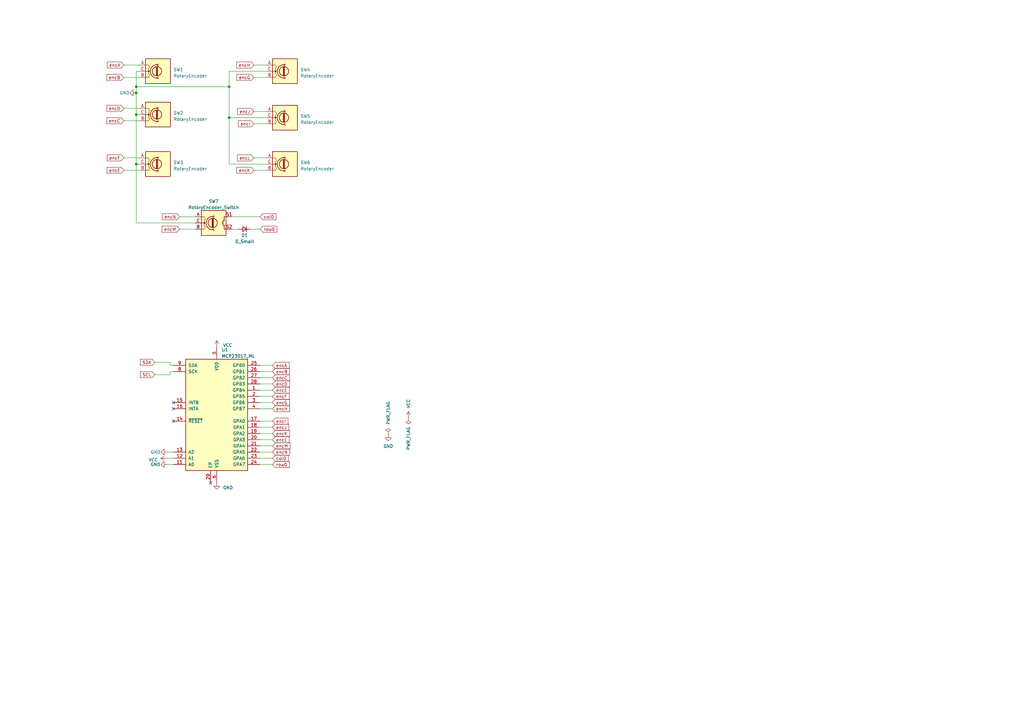
<source format=kicad_sch>
(kicad_sch (version 20230121) (generator eeschema)

  (uuid 6e95e507-f1eb-4f15-9c8c-351adc35a101)

  (paper "A3")

  (lib_symbols
    (symbol "Device:RotaryEncoder" (pin_names (offset 0.254) hide) (in_bom yes) (on_board yes)
      (property "Reference" "SW" (at 0 6.604 0)
        (effects (font (size 1.27 1.27)))
      )
      (property "Value" "RotaryEncoder" (at 0 -6.604 0)
        (effects (font (size 1.27 1.27)))
      )
      (property "Footprint" "" (at -3.81 4.064 0)
        (effects (font (size 1.27 1.27)) hide)
      )
      (property "Datasheet" "~" (at 0 6.604 0)
        (effects (font (size 1.27 1.27)) hide)
      )
      (property "ki_keywords" "rotary switch encoder" (at 0 0 0)
        (effects (font (size 1.27 1.27)) hide)
      )
      (property "ki_description" "Rotary encoder, dual channel, incremental quadrate outputs" (at 0 0 0)
        (effects (font (size 1.27 1.27)) hide)
      )
      (property "ki_fp_filters" "RotaryEncoder*" (at 0 0 0)
        (effects (font (size 1.27 1.27)) hide)
      )
      (symbol "RotaryEncoder_0_1"
        (rectangle (start -5.08 5.08) (end 5.08 -5.08)
          (stroke (width 0.254) (type default))
          (fill (type background))
        )
        (circle (center -3.81 0) (radius 0.254)
          (stroke (width 0) (type default))
          (fill (type outline))
        )
        (circle (center -0.381 0) (radius 1.905)
          (stroke (width 0.254) (type default))
          (fill (type none))
        )
        (arc (start -0.381 2.667) (mid -3.0988 -0.0635) (end -0.381 -2.794)
          (stroke (width 0.254) (type default))
          (fill (type none))
        )
        (polyline
          (pts
            (xy -0.635 -1.778)
            (xy -0.635 1.778)
          )
          (stroke (width 0.254) (type default))
          (fill (type none))
        )
        (polyline
          (pts
            (xy -0.381 -1.778)
            (xy -0.381 1.778)
          )
          (stroke (width 0.254) (type default))
          (fill (type none))
        )
        (polyline
          (pts
            (xy -0.127 1.778)
            (xy -0.127 -1.778)
          )
          (stroke (width 0.254) (type default))
          (fill (type none))
        )
        (polyline
          (pts
            (xy -5.08 -2.54)
            (xy -3.81 -2.54)
            (xy -3.81 -2.032)
          )
          (stroke (width 0) (type default))
          (fill (type none))
        )
        (polyline
          (pts
            (xy -5.08 2.54)
            (xy -3.81 2.54)
            (xy -3.81 2.032)
          )
          (stroke (width 0) (type default))
          (fill (type none))
        )
        (polyline
          (pts
            (xy 0.254 -3.048)
            (xy -0.508 -2.794)
            (xy 0.127 -2.413)
          )
          (stroke (width 0.254) (type default))
          (fill (type none))
        )
        (polyline
          (pts
            (xy 0.254 2.921)
            (xy -0.508 2.667)
            (xy 0.127 2.286)
          )
          (stroke (width 0.254) (type default))
          (fill (type none))
        )
        (polyline
          (pts
            (xy -5.08 0)
            (xy -3.81 0)
            (xy -3.81 -1.016)
            (xy -3.302 -2.032)
          )
          (stroke (width 0) (type default))
          (fill (type none))
        )
        (polyline
          (pts
            (xy -4.318 0)
            (xy -3.81 0)
            (xy -3.81 1.016)
            (xy -3.302 2.032)
          )
          (stroke (width 0) (type default))
          (fill (type none))
        )
      )
      (symbol "RotaryEncoder_1_1"
        (pin passive line (at -7.62 2.54 0) (length 2.54)
          (name "A" (effects (font (size 1.27 1.27))))
          (number "A" (effects (font (size 1.27 1.27))))
        )
        (pin passive line (at -7.62 -2.54 0) (length 2.54)
          (name "B" (effects (font (size 1.27 1.27))))
          (number "B" (effects (font (size 1.27 1.27))))
        )
        (pin passive line (at -7.62 0 0) (length 2.54)
          (name "C" (effects (font (size 1.27 1.27))))
          (number "C" (effects (font (size 1.27 1.27))))
        )
      )
    )
    (symbol "Device:RotaryEncoder_Switch" (pin_names (offset 0.254) hide) (in_bom yes) (on_board yes)
      (property "Reference" "SW" (at 0 6.604 0)
        (effects (font (size 1.27 1.27)))
      )
      (property "Value" "RotaryEncoder_Switch" (at 0 -6.604 0)
        (effects (font (size 1.27 1.27)))
      )
      (property "Footprint" "" (at -3.81 4.064 0)
        (effects (font (size 1.27 1.27)) hide)
      )
      (property "Datasheet" "~" (at 0 6.604 0)
        (effects (font (size 1.27 1.27)) hide)
      )
      (property "ki_keywords" "rotary switch encoder switch push button" (at 0 0 0)
        (effects (font (size 1.27 1.27)) hide)
      )
      (property "ki_description" "Rotary encoder, dual channel, incremental quadrate outputs, with switch" (at 0 0 0)
        (effects (font (size 1.27 1.27)) hide)
      )
      (property "ki_fp_filters" "RotaryEncoder*Switch*" (at 0 0 0)
        (effects (font (size 1.27 1.27)) hide)
      )
      (symbol "RotaryEncoder_Switch_0_1"
        (rectangle (start -5.08 5.08) (end 5.08 -5.08)
          (stroke (width 0.254) (type default))
          (fill (type background))
        )
        (circle (center -3.81 0) (radius 0.254)
          (stroke (width 0) (type default))
          (fill (type outline))
        )
        (circle (center -0.381 0) (radius 1.905)
          (stroke (width 0.254) (type default))
          (fill (type none))
        )
        (arc (start -0.381 2.667) (mid -3.0988 -0.0635) (end -0.381 -2.794)
          (stroke (width 0.254) (type default))
          (fill (type none))
        )
        (polyline
          (pts
            (xy -0.635 -1.778)
            (xy -0.635 1.778)
          )
          (stroke (width 0.254) (type default))
          (fill (type none))
        )
        (polyline
          (pts
            (xy -0.381 -1.778)
            (xy -0.381 1.778)
          )
          (stroke (width 0.254) (type default))
          (fill (type none))
        )
        (polyline
          (pts
            (xy -0.127 1.778)
            (xy -0.127 -1.778)
          )
          (stroke (width 0.254) (type default))
          (fill (type none))
        )
        (polyline
          (pts
            (xy 3.81 0)
            (xy 3.429 0)
          )
          (stroke (width 0.254) (type default))
          (fill (type none))
        )
        (polyline
          (pts
            (xy 3.81 1.016)
            (xy 3.81 -1.016)
          )
          (stroke (width 0.254) (type default))
          (fill (type none))
        )
        (polyline
          (pts
            (xy -5.08 -2.54)
            (xy -3.81 -2.54)
            (xy -3.81 -2.032)
          )
          (stroke (width 0) (type default))
          (fill (type none))
        )
        (polyline
          (pts
            (xy -5.08 2.54)
            (xy -3.81 2.54)
            (xy -3.81 2.032)
          )
          (stroke (width 0) (type default))
          (fill (type none))
        )
        (polyline
          (pts
            (xy 0.254 -3.048)
            (xy -0.508 -2.794)
            (xy 0.127 -2.413)
          )
          (stroke (width 0.254) (type default))
          (fill (type none))
        )
        (polyline
          (pts
            (xy 0.254 2.921)
            (xy -0.508 2.667)
            (xy 0.127 2.286)
          )
          (stroke (width 0.254) (type default))
          (fill (type none))
        )
        (polyline
          (pts
            (xy 5.08 -2.54)
            (xy 4.318 -2.54)
            (xy 4.318 -1.016)
          )
          (stroke (width 0.254) (type default))
          (fill (type none))
        )
        (polyline
          (pts
            (xy 5.08 2.54)
            (xy 4.318 2.54)
            (xy 4.318 1.016)
          )
          (stroke (width 0.254) (type default))
          (fill (type none))
        )
        (polyline
          (pts
            (xy -5.08 0)
            (xy -3.81 0)
            (xy -3.81 -1.016)
            (xy -3.302 -2.032)
          )
          (stroke (width 0) (type default))
          (fill (type none))
        )
        (polyline
          (pts
            (xy -4.318 0)
            (xy -3.81 0)
            (xy -3.81 1.016)
            (xy -3.302 2.032)
          )
          (stroke (width 0) (type default))
          (fill (type none))
        )
        (circle (center 4.318 -1.016) (radius 0.127)
          (stroke (width 0.254) (type default))
          (fill (type none))
        )
        (circle (center 4.318 1.016) (radius 0.127)
          (stroke (width 0.254) (type default))
          (fill (type none))
        )
      )
      (symbol "RotaryEncoder_Switch_1_1"
        (pin passive line (at -7.62 2.54 0) (length 2.54)
          (name "A" (effects (font (size 1.27 1.27))))
          (number "A" (effects (font (size 1.27 1.27))))
        )
        (pin passive line (at -7.62 -2.54 0) (length 2.54)
          (name "B" (effects (font (size 1.27 1.27))))
          (number "B" (effects (font (size 1.27 1.27))))
        )
        (pin passive line (at -7.62 0 0) (length 2.54)
          (name "C" (effects (font (size 1.27 1.27))))
          (number "C" (effects (font (size 1.27 1.27))))
        )
        (pin passive line (at 7.62 2.54 180) (length 2.54)
          (name "S1" (effects (font (size 1.27 1.27))))
          (number "S1" (effects (font (size 1.27 1.27))))
        )
        (pin passive line (at 7.62 -2.54 180) (length 2.54)
          (name "S2" (effects (font (size 1.27 1.27))))
          (number "S2" (effects (font (size 1.27 1.27))))
        )
      )
    )
    (symbol "Interface_Expansion:MCP23017_ML" (pin_names (offset 1.016)) (in_bom yes) (on_board yes)
      (property "Reference" "U" (at -11.43 24.13 0)
        (effects (font (size 1.27 1.27)))
      )
      (property "Value" "MCP23017_ML" (at 0 0 0)
        (effects (font (size 1.27 1.27)))
      )
      (property "Footprint" "Package_DFN_QFN:QFN-28-1EP_6x6mm_P0.65mm_EP4.25x4.25mm" (at 5.08 -25.4 0)
        (effects (font (size 1.27 1.27)) (justify left) hide)
      )
      (property "Datasheet" "http://ww1.microchip.com/downloads/en/DeviceDoc/20001952C.pdf" (at 5.08 -27.94 0)
        (effects (font (size 1.27 1.27)) (justify left) hide)
      )
      (property "ki_keywords" "I2C parallel port expander" (at 0 0 0)
        (effects (font (size 1.27 1.27)) hide)
      )
      (property "ki_description" "16-bit I/O expander, I2C, interrupts, w pull-ups, QFN-28" (at 0 0 0)
        (effects (font (size 1.27 1.27)) hide)
      )
      (property "ki_fp_filters" "QFN*6x6mm*P0.65mm*" (at 0 0 0)
        (effects (font (size 1.27 1.27)) hide)
      )
      (symbol "MCP23017_ML_0_1"
        (rectangle (start -12.7 22.86) (end 12.7 -22.86)
          (stroke (width 0.254) (type default))
          (fill (type background))
        )
      )
      (symbol "MCP23017_ML_1_1"
        (pin bidirectional line (at 17.78 10.16 180) (length 5.08)
          (name "GPB4" (effects (font (size 1.27 1.27))))
          (number "1" (effects (font (size 1.27 1.27))))
        )
        (pin no_connect line (at -12.7 12.7 0) (length 5.08) hide
          (name "NC" (effects (font (size 1.27 1.27))))
          (number "10" (effects (font (size 1.27 1.27))))
        )
        (pin input line (at -17.78 -20.32 0) (length 5.08)
          (name "A0" (effects (font (size 1.27 1.27))))
          (number "11" (effects (font (size 1.27 1.27))))
        )
        (pin input line (at -17.78 -17.78 0) (length 5.08)
          (name "A1" (effects (font (size 1.27 1.27))))
          (number "12" (effects (font (size 1.27 1.27))))
        )
        (pin input line (at -17.78 -15.24 0) (length 5.08)
          (name "A2" (effects (font (size 1.27 1.27))))
          (number "13" (effects (font (size 1.27 1.27))))
        )
        (pin input line (at -17.78 -2.54 0) (length 5.08)
          (name "~{RESET}" (effects (font (size 1.27 1.27))))
          (number "14" (effects (font (size 1.27 1.27))))
        )
        (pin tri_state line (at -17.78 5.08 0) (length 5.08)
          (name "INTB" (effects (font (size 1.27 1.27))))
          (number "15" (effects (font (size 1.27 1.27))))
        )
        (pin tri_state line (at -17.78 2.54 0) (length 5.08)
          (name "INTA" (effects (font (size 1.27 1.27))))
          (number "16" (effects (font (size 1.27 1.27))))
        )
        (pin bidirectional line (at 17.78 -2.54 180) (length 5.08)
          (name "GPA0" (effects (font (size 1.27 1.27))))
          (number "17" (effects (font (size 1.27 1.27))))
        )
        (pin bidirectional line (at 17.78 -5.08 180) (length 5.08)
          (name "GPA1" (effects (font (size 1.27 1.27))))
          (number "18" (effects (font (size 1.27 1.27))))
        )
        (pin bidirectional line (at 17.78 -7.62 180) (length 5.08)
          (name "GPA2" (effects (font (size 1.27 1.27))))
          (number "19" (effects (font (size 1.27 1.27))))
        )
        (pin bidirectional line (at 17.78 7.62 180) (length 5.08)
          (name "GPB5" (effects (font (size 1.27 1.27))))
          (number "2" (effects (font (size 1.27 1.27))))
        )
        (pin bidirectional line (at 17.78 -10.16 180) (length 5.08)
          (name "GPA3" (effects (font (size 1.27 1.27))))
          (number "20" (effects (font (size 1.27 1.27))))
        )
        (pin bidirectional line (at 17.78 -12.7 180) (length 5.08)
          (name "GPA4" (effects (font (size 1.27 1.27))))
          (number "21" (effects (font (size 1.27 1.27))))
        )
        (pin bidirectional line (at 17.78 -15.24 180) (length 5.08)
          (name "GPA5" (effects (font (size 1.27 1.27))))
          (number "22" (effects (font (size 1.27 1.27))))
        )
        (pin bidirectional line (at 17.78 -17.78 180) (length 5.08)
          (name "GPA6" (effects (font (size 1.27 1.27))))
          (number "23" (effects (font (size 1.27 1.27))))
        )
        (pin bidirectional line (at 17.78 -20.32 180) (length 5.08)
          (name "GPA7" (effects (font (size 1.27 1.27))))
          (number "24" (effects (font (size 1.27 1.27))))
        )
        (pin bidirectional line (at 17.78 20.32 180) (length 5.08)
          (name "GPB0" (effects (font (size 1.27 1.27))))
          (number "25" (effects (font (size 1.27 1.27))))
        )
        (pin bidirectional line (at 17.78 17.78 180) (length 5.08)
          (name "GPB1" (effects (font (size 1.27 1.27))))
          (number "26" (effects (font (size 1.27 1.27))))
        )
        (pin bidirectional line (at 17.78 15.24 180) (length 5.08)
          (name "GPB2" (effects (font (size 1.27 1.27))))
          (number "27" (effects (font (size 1.27 1.27))))
        )
        (pin bidirectional line (at 17.78 12.7 180) (length 5.08)
          (name "GPB3" (effects (font (size 1.27 1.27))))
          (number "28" (effects (font (size 1.27 1.27))))
        )
        (pin passive line (at -2.54 -27.94 90) (length 5.08)
          (name "EP" (effects (font (size 1.27 1.27))))
          (number "29" (effects (font (size 1.27 1.27))))
        )
        (pin bidirectional line (at 17.78 5.08 180) (length 5.08)
          (name "GPB6" (effects (font (size 1.27 1.27))))
          (number "3" (effects (font (size 1.27 1.27))))
        )
        (pin bidirectional line (at 17.78 2.54 180) (length 5.08)
          (name "GPB7" (effects (font (size 1.27 1.27))))
          (number "4" (effects (font (size 1.27 1.27))))
        )
        (pin power_in line (at 0 27.94 270) (length 5.08)
          (name "VDD" (effects (font (size 1.27 1.27))))
          (number "5" (effects (font (size 1.27 1.27))))
        )
        (pin power_in line (at 0 -27.94 90) (length 5.08)
          (name "VSS" (effects (font (size 1.27 1.27))))
          (number "6" (effects (font (size 1.27 1.27))))
        )
        (pin no_connect line (at -12.7 15.24 0) (length 5.08) hide
          (name "NC" (effects (font (size 1.27 1.27))))
          (number "7" (effects (font (size 1.27 1.27))))
        )
        (pin input line (at -17.78 17.78 0) (length 5.08)
          (name "SCK" (effects (font (size 1.27 1.27))))
          (number "8" (effects (font (size 1.27 1.27))))
        )
        (pin bidirectional line (at -17.78 20.32 0) (length 5.08)
          (name "SDA" (effects (font (size 1.27 1.27))))
          (number "9" (effects (font (size 1.27 1.27))))
        )
      )
    )
    (symbol "d_small:D_Small" (pin_numbers hide) (pin_names (offset 0.254) hide) (in_bom yes) (on_board yes)
      (property "Reference" "D25" (at 1.7272 1.1684 90)
        (effects (font (size 1.27 1.27)) (justify right))
      )
      (property "Value" "D_Small" (at 1.7272 -1.143 90)
        (effects (font (size 1.27 1.27)) (justify right))
      )
      (property "Footprint" "Keebio-Parts:Diode" (at 0 0 90)
        (effects (font (size 1.27 1.27)) hide)
      )
      (property "Datasheet" "~" (at 0 0 90)
        (effects (font (size 1.27 1.27)) hide)
      )
      (property "ki_keywords" "diode" (at 0 0 0)
        (effects (font (size 1.27 1.27)) hide)
      )
      (property "ki_description" "Diode, small symbol" (at 0 0 0)
        (effects (font (size 1.27 1.27)) hide)
      )
      (property "ki_fp_filters" "TO-???* *_Diode_* *SingleDiode* D_*" (at 0 0 0)
        (effects (font (size 1.27 1.27)) hide)
      )
      (symbol "D_Small_0_1"
        (polyline
          (pts
            (xy -0.762 -1.016)
            (xy -0.762 1.016)
          )
          (stroke (width 0.254) (type default))
          (fill (type none))
        )
        (polyline
          (pts
            (xy -0.762 0)
            (xy 0.762 0)
          )
          (stroke (width 0) (type default))
          (fill (type none))
        )
        (polyline
          (pts
            (xy 0.762 -1.016)
            (xy -0.762 0)
            (xy 0.762 1.016)
            (xy 0.762 -1.016)
          )
          (stroke (width 0.254) (type default))
          (fill (type none))
        )
      )
      (symbol "D_Small_1_1"
        (pin passive line (at -2.54 0 0) (length 1.778)
          (name "K" (effects (font (size 1.27 1.27))))
          (number "1" (effects (font (size 1.27 1.27))))
        )
        (pin passive line (at 2.54 0 180) (length 1.778)
          (name "A" (effects (font (size 1.27 1.27))))
          (number "2" (effects (font (size 1.27 1.27))))
        )
      )
    )
    (symbol "power:GND" (power) (pin_names (offset 0)) (in_bom yes) (on_board yes)
      (property "Reference" "#PWR" (at 0 -6.35 0)
        (effects (font (size 1.27 1.27)) hide)
      )
      (property "Value" "GND" (at 0 -3.81 0)
        (effects (font (size 1.27 1.27)))
      )
      (property "Footprint" "" (at 0 0 0)
        (effects (font (size 1.27 1.27)) hide)
      )
      (property "Datasheet" "" (at 0 0 0)
        (effects (font (size 1.27 1.27)) hide)
      )
      (property "ki_keywords" "power-flag" (at 0 0 0)
        (effects (font (size 1.27 1.27)) hide)
      )
      (property "ki_description" "Power symbol creates a global label with name \"GND\" , ground" (at 0 0 0)
        (effects (font (size 1.27 1.27)) hide)
      )
      (symbol "GND_0_1"
        (polyline
          (pts
            (xy 0 0)
            (xy 0 -1.27)
            (xy 1.27 -1.27)
            (xy 0 -2.54)
            (xy -1.27 -1.27)
            (xy 0 -1.27)
          )
          (stroke (width 0) (type default))
          (fill (type none))
        )
      )
      (symbol "GND_1_1"
        (pin power_in line (at 0 0 270) (length 0) hide
          (name "GND" (effects (font (size 1.27 1.27))))
          (number "1" (effects (font (size 1.27 1.27))))
        )
      )
    )
    (symbol "power:PWR_FLAG" (power) (pin_numbers hide) (pin_names (offset 0) hide) (in_bom yes) (on_board yes)
      (property "Reference" "#FLG" (at 0 1.905 0)
        (effects (font (size 1.27 1.27)) hide)
      )
      (property "Value" "PWR_FLAG" (at 0 3.81 0)
        (effects (font (size 1.27 1.27)))
      )
      (property "Footprint" "" (at 0 0 0)
        (effects (font (size 1.27 1.27)) hide)
      )
      (property "Datasheet" "~" (at 0 0 0)
        (effects (font (size 1.27 1.27)) hide)
      )
      (property "ki_keywords" "power-flag" (at 0 0 0)
        (effects (font (size 1.27 1.27)) hide)
      )
      (property "ki_description" "Special symbol for telling ERC where power comes from" (at 0 0 0)
        (effects (font (size 1.27 1.27)) hide)
      )
      (symbol "PWR_FLAG_0_0"
        (pin power_out line (at 0 0 90) (length 0)
          (name "pwr" (effects (font (size 1.27 1.27))))
          (number "1" (effects (font (size 1.27 1.27))))
        )
      )
      (symbol "PWR_FLAG_0_1"
        (polyline
          (pts
            (xy 0 0)
            (xy 0 1.27)
            (xy -1.016 1.905)
            (xy 0 2.54)
            (xy 1.016 1.905)
            (xy 0 1.27)
          )
          (stroke (width 0) (type default))
          (fill (type none))
        )
      )
    )
    (symbol "power:VCC" (power) (pin_names (offset 0)) (in_bom yes) (on_board yes)
      (property "Reference" "#PWR" (at 0 -3.81 0)
        (effects (font (size 1.27 1.27)) hide)
      )
      (property "Value" "VCC" (at 0 3.81 0)
        (effects (font (size 1.27 1.27)))
      )
      (property "Footprint" "" (at 0 0 0)
        (effects (font (size 1.27 1.27)) hide)
      )
      (property "Datasheet" "" (at 0 0 0)
        (effects (font (size 1.27 1.27)) hide)
      )
      (property "ki_keywords" "power-flag" (at 0 0 0)
        (effects (font (size 1.27 1.27)) hide)
      )
      (property "ki_description" "Power symbol creates a global label with name \"VCC\"" (at 0 0 0)
        (effects (font (size 1.27 1.27)) hide)
      )
      (symbol "VCC_0_1"
        (polyline
          (pts
            (xy -0.762 1.27)
            (xy 0 2.54)
          )
          (stroke (width 0) (type default))
          (fill (type none))
        )
        (polyline
          (pts
            (xy 0 0)
            (xy 0 2.54)
          )
          (stroke (width 0) (type default))
          (fill (type none))
        )
        (polyline
          (pts
            (xy 0 2.54)
            (xy 0.762 1.27)
          )
          (stroke (width 0) (type default))
          (fill (type none))
        )
      )
      (symbol "VCC_1_1"
        (pin power_in line (at 0 0 90) (length 0) hide
          (name "VCC" (effects (font (size 1.27 1.27))))
          (number "1" (effects (font (size 1.27 1.27))))
        )
      )
    )
  )

  (junction (at 55.88 67.31) (diameter 0) (color 0 0 0 0)
    (uuid 548187f6-9d95-4837-8aff-7f89e32af8af)
  )
  (junction (at 93.98 35.56) (diameter 0) (color 0 0 0 0)
    (uuid 61a1545a-f182-43a4-8e77-1d7566a845f8)
  )
  (junction (at 55.88 38.1) (diameter 0) (color 0 0 0 0)
    (uuid 78305e24-1526-41cb-abb5-45fc2102e0a9)
  )
  (junction (at 55.88 46.99) (diameter 0) (color 0 0 0 0)
    (uuid 90a06a1d-b910-48ed-973c-f9f3ed4d80f3)
  )
  (junction (at 93.98 48.26) (diameter 0) (color 0 0 0 0)
    (uuid bd481e20-a2b7-4544-8106-3715b421540c)
  )
  (junction (at 55.88 35.56) (diameter 0) (color 0 0 0 0)
    (uuid cf8f7b0a-22f1-46aa-ab71-a58310fe2b69)
  )

  (no_connect (at 71.12 172.72) (uuid 5298909d-f8e4-4ca4-a814-c7934c7df746))
  (no_connect (at 71.12 165.1) (uuid 55036788-f16c-4c5c-a334-5c2fb780a897))
  (no_connect (at 86.36 198.12) (uuid 8c9491e3-b117-4c5e-b18b-c5e26ee4c55a))
  (no_connect (at 71.12 167.64) (uuid b01de400-fe2f-4d94-9077-f0b61f24b018))

  (wire (pts (xy 50.8 69.85) (xy 57.15 69.85))
    (stroke (width 0) (type default))
    (uuid 0b8d003f-4e5c-4b55-a644-89d15be10032)
  )
  (wire (pts (xy 106.68 167.64) (xy 111.76 167.64))
    (stroke (width 0) (type default))
    (uuid 0f6f37d6-ed59-4ffb-8f62-334136bceebb)
  )
  (wire (pts (xy 55.88 29.21) (xy 55.88 35.56))
    (stroke (width 0) (type default))
    (uuid 144273d7-6486-4fa5-8fb7-e1b1c27f8c89)
  )
  (wire (pts (xy 73.66 88.9) (xy 80.01 88.9))
    (stroke (width 0) (type default))
    (uuid 1743a20d-7581-49df-a482-b71744ac2f8f)
  )
  (wire (pts (xy 106.68 157.48) (xy 111.76 157.48))
    (stroke (width 0) (type default))
    (uuid 17e3112c-4ea7-4965-8206-121681adb249)
  )
  (wire (pts (xy 69.85 149.86) (xy 71.12 149.86))
    (stroke (width 0) (type default))
    (uuid 19b83944-d861-4be7-8ed4-21e3b262a651)
  )
  (wire (pts (xy 106.68 180.34) (xy 111.76 180.34))
    (stroke (width 0) (type default))
    (uuid 19d01e89-9f69-4e85-85e3-ecb3167a7d86)
  )
  (wire (pts (xy 69.85 153.67) (xy 69.85 152.4))
    (stroke (width 0) (type default))
    (uuid 24fd1c48-12e7-4ed8-a1d1-5f1fb377b40d)
  )
  (wire (pts (xy 55.88 91.44) (xy 80.01 91.44))
    (stroke (width 0) (type default))
    (uuid 3104b597-8ea9-44bc-9cfd-8cc6250cadd5)
  )
  (wire (pts (xy 69.85 152.4) (xy 71.12 152.4))
    (stroke (width 0) (type default))
    (uuid 37dc3eb5-39b3-4b58-aa90-b3f7493042f6)
  )
  (wire (pts (xy 55.88 38.1) (xy 55.88 46.99))
    (stroke (width 0) (type default))
    (uuid 3a8c61b8-2706-47f5-aa86-a6544b15976b)
  )
  (wire (pts (xy 106.68 182.88) (xy 111.76 182.88))
    (stroke (width 0) (type default))
    (uuid 3c5b6304-fbe2-45b6-9f58-e64a56858b4c)
  )
  (wire (pts (xy 69.85 148.59) (xy 63.5 148.59))
    (stroke (width 0) (type default))
    (uuid 3c9da0aa-873a-4204-b069-8d209ee63127)
  )
  (wire (pts (xy 95.25 88.9) (xy 106.68 88.9))
    (stroke (width 0) (type default))
    (uuid 3ddf0251-0bbe-4df9-b09b-d70e8d137e36)
  )
  (wire (pts (xy 106.68 160.02) (xy 111.76 160.02))
    (stroke (width 0) (type default))
    (uuid 409b3533-de2b-45d5-8f65-878ed1bec83b)
  )
  (wire (pts (xy 106.68 149.86) (xy 111.76 149.86))
    (stroke (width 0) (type default))
    (uuid 43f00ba6-ff7b-46ec-b4aa-3729d708e428)
  )
  (wire (pts (xy 50.8 64.77) (xy 57.15 64.77))
    (stroke (width 0) (type default))
    (uuid 46f0a316-0a2b-47bd-8918-87fcc1ae7242)
  )
  (wire (pts (xy 106.68 154.94) (xy 111.76 154.94))
    (stroke (width 0) (type default))
    (uuid 4cc32767-425b-4d76-b57f-278f28b7dbda)
  )
  (wire (pts (xy 104.14 45.72) (xy 109.22 45.72))
    (stroke (width 0) (type default))
    (uuid 5299aa8d-3008-4f6f-a896-ebb92426e81e)
  )
  (wire (pts (xy 104.14 69.85) (xy 109.22 69.85))
    (stroke (width 0) (type default))
    (uuid 5abc0097-b737-4aa5-a4bd-65750cb63d1b)
  )
  (wire (pts (xy 50.8 31.75) (xy 57.15 31.75))
    (stroke (width 0) (type default))
    (uuid 611dbf56-1247-4a2c-ba69-19d1acbdc2c8)
  )
  (wire (pts (xy 93.98 48.26) (xy 93.98 67.31))
    (stroke (width 0) (type default))
    (uuid 61fbeca2-5315-4154-af81-f2574331be68)
  )
  (wire (pts (xy 106.68 172.72) (xy 111.76 172.72))
    (stroke (width 0) (type default))
    (uuid 6521f968-e771-41af-8c77-8041a1abe011)
  )
  (wire (pts (xy 63.5 153.67) (xy 69.85 153.67))
    (stroke (width 0) (type default))
    (uuid 7243aa16-8a87-48c6-8b9a-1283a5069e80)
  )
  (wire (pts (xy 50.8 26.67) (xy 57.15 26.67))
    (stroke (width 0) (type default))
    (uuid 75bab32c-4c02-4a88-af91-8ebdb56c6d37)
  )
  (wire (pts (xy 55.88 67.31) (xy 57.15 67.31))
    (stroke (width 0) (type default))
    (uuid 761b6822-f47f-4206-a11a-543e929bf606)
  )
  (wire (pts (xy 106.68 187.96) (xy 111.76 187.96))
    (stroke (width 0) (type default))
    (uuid 78c2ad01-8127-4b7a-9b3e-190c7dfa4ff1)
  )
  (wire (pts (xy 55.88 46.99) (xy 57.15 46.99))
    (stroke (width 0) (type default))
    (uuid 79dc55e5-7678-4488-8954-ecb07e874b1d)
  )
  (wire (pts (xy 57.15 29.21) (xy 55.88 29.21))
    (stroke (width 0) (type default))
    (uuid 7aa5eb9b-ef33-4ae5-976e-1d3b08e5420a)
  )
  (wire (pts (xy 50.8 49.53) (xy 57.15 49.53))
    (stroke (width 0) (type default))
    (uuid 7f3490bc-e204-4e50-ba97-e8450ef7f812)
  )
  (wire (pts (xy 55.88 67.31) (xy 55.88 91.44))
    (stroke (width 0) (type default))
    (uuid 7f4a0d4a-ae71-40c5-a193-125192b010ce)
  )
  (wire (pts (xy 55.88 35.56) (xy 55.88 38.1))
    (stroke (width 0) (type default))
    (uuid 829a91ad-5914-4181-b73a-d5985ad82561)
  )
  (wire (pts (xy 93.98 48.26) (xy 109.22 48.26))
    (stroke (width 0) (type default))
    (uuid 83a5420e-4811-49c1-8910-9ef579dc47a9)
  )
  (wire (pts (xy 69.85 148.59) (xy 69.85 149.86))
    (stroke (width 0) (type default))
    (uuid 867454da-9094-4af2-a17f-4dd986506ce5)
  )
  (wire (pts (xy 106.68 185.42) (xy 111.76 185.42))
    (stroke (width 0) (type default))
    (uuid 8bd32b4b-2640-4e50-b32d-56c3408ba84d)
  )
  (wire (pts (xy 104.14 31.75) (xy 109.22 31.75))
    (stroke (width 0) (type default))
    (uuid 8d25c559-9ecc-48aa-ac91-43e3bc63562d)
  )
  (wire (pts (xy 55.88 46.99) (xy 55.88 67.31))
    (stroke (width 0) (type default))
    (uuid 9848ecaa-0e94-4c8d-a0b8-3d4bd60775c2)
  )
  (wire (pts (xy 50.8 44.45) (xy 57.15 44.45))
    (stroke (width 0) (type default))
    (uuid 9b072859-b85e-4c71-8bde-67a4669a3c9c)
  )
  (wire (pts (xy 68.58 190.5) (xy 71.12 190.5))
    (stroke (width 0) (type default))
    (uuid a37a0ab5-38b6-4b96-b041-5c06ec45b90c)
  )
  (wire (pts (xy 68.58 185.42) (xy 71.12 185.42))
    (stroke (width 0) (type default))
    (uuid a49d5c72-71cf-4ef9-bb57-2285ce6b68b5)
  )
  (wire (pts (xy 95.25 93.98) (xy 97.79 93.98))
    (stroke (width 0) (type default))
    (uuid ab8cd5ad-0846-4c4e-b3a3-750311e85e11)
  )
  (wire (pts (xy 109.22 29.21) (xy 93.98 29.21))
    (stroke (width 0) (type default))
    (uuid abc5ed33-4d1e-4f80-a3ad-a61f39ea0168)
  )
  (wire (pts (xy 102.87 93.98) (xy 106.68 93.98))
    (stroke (width 0) (type default))
    (uuid b14600f8-2d8e-4624-be46-9de287f34f98)
  )
  (wire (pts (xy 104.14 64.77) (xy 109.22 64.77))
    (stroke (width 0) (type default))
    (uuid b6aa2135-8e65-4430-9ad2-ad84264e5436)
  )
  (wire (pts (xy 104.14 26.67) (xy 109.22 26.67))
    (stroke (width 0) (type default))
    (uuid bbf75812-95f7-4966-a638-29beb03bba48)
  )
  (wire (pts (xy 93.98 35.56) (xy 93.98 48.26))
    (stroke (width 0) (type default))
    (uuid c054d989-26fa-4c80-98e9-c20e711cf0f4)
  )
  (wire (pts (xy 106.68 177.8) (xy 111.76 177.8))
    (stroke (width 0) (type default))
    (uuid c408d903-2328-4158-92cf-170d6681b412)
  )
  (wire (pts (xy 106.68 175.26) (xy 111.76 175.26))
    (stroke (width 0) (type default))
    (uuid ca008067-a363-4af1-9e11-acdfdd8769a2)
  )
  (wire (pts (xy 93.98 29.21) (xy 93.98 35.56))
    (stroke (width 0) (type default))
    (uuid d371f809-4a1b-4aeb-8435-35ec70b9dc99)
  )
  (wire (pts (xy 104.14 50.8) (xy 109.22 50.8))
    (stroke (width 0) (type default))
    (uuid d597bdf8-809c-45a1-b2d3-1b03429a9ebb)
  )
  (wire (pts (xy 73.66 93.98) (xy 80.01 93.98))
    (stroke (width 0) (type default))
    (uuid dedb2606-e22b-4a02-8eb9-c55218858c72)
  )
  (wire (pts (xy 93.98 67.31) (xy 109.22 67.31))
    (stroke (width 0) (type default))
    (uuid e26bbf1a-0a5f-4769-a8ae-c106b8503fea)
  )
  (wire (pts (xy 106.68 152.4) (xy 111.76 152.4))
    (stroke (width 0) (type default))
    (uuid e90914c3-a1fb-4cd9-9a09-09eb2024b064)
  )
  (wire (pts (xy 106.68 190.5) (xy 111.76 190.5))
    (stroke (width 0) (type default))
    (uuid e9f1f9e3-0e7f-4d17-be30-224ec855eaf0)
  )
  (wire (pts (xy 93.98 35.56) (xy 55.88 35.56))
    (stroke (width 0) (type default))
    (uuid ec9d4e1b-865a-4d22-9494-5811fddd0a24)
  )
  (wire (pts (xy 106.68 162.56) (xy 111.76 162.56))
    (stroke (width 0) (type default))
    (uuid edd2226e-9e65-4b4d-960e-84fc5d44e8c9)
  )
  (wire (pts (xy 106.68 165.1) (xy 111.76 165.1))
    (stroke (width 0) (type default))
    (uuid f62ed33e-4773-4334-8a19-58b4a9773fe6)
  )
  (wire (pts (xy 68.58 187.96) (xy 71.12 187.96))
    (stroke (width 0) (type default))
    (uuid fec0c88d-59e4-4342-b402-22db798a073f)
  )

  (global_label "encM" (shape input) (at 73.66 93.98 180) (fields_autoplaced)
    (effects (font (size 1.27 1.27)) (justify right))
    (uuid 0b1d3acb-2496-47b5-af8d-4da21569fbd3)
    (property "Intersheetrefs" "${INTERSHEET_REFS}" (at 65.9766 93.98 0)
      (effects (font (size 1.27 1.27)) (justify right) hide)
    )
  )
  (global_label "encF" (shape input) (at 111.76 162.56 0) (fields_autoplaced)
    (effects (font (size 1.27 1.27)) (justify left))
    (uuid 0ef365bb-30e0-4945-84e3-16b585db0a54)
    (property "Intersheetrefs" "${INTERSHEET_REFS}" (at 119.0806 162.56 0)
      (effects (font (size 1.27 1.27)) (justify left) hide)
    )
  )
  (global_label "encC" (shape input) (at 50.8 49.53 180) (fields_autoplaced)
    (effects (font (size 1.27 1.27)) (justify right))
    (uuid 12efa5f7-415b-4531-bf4c-527489295193)
    (property "Intersheetrefs" "${INTERSHEET_REFS}" (at 43.298 49.53 0)
      (effects (font (size 1.27 1.27)) (justify right) hide)
    )
  )
  (global_label "encJ" (shape input) (at 111.76 175.26 0) (fields_autoplaced)
    (effects (font (size 1.27 1.27)) (justify left))
    (uuid 157af137-1449-429e-acaa-117bd22375f0)
    (property "Intersheetrefs" "${INTERSHEET_REFS}" (at 118.9596 175.26 0)
      (effects (font (size 1.27 1.27)) (justify left) hide)
    )
  )
  (global_label "SDA" (shape input) (at 63.5 148.59 180) (fields_autoplaced)
    (effects (font (size 1.27 1.27)) (justify right))
    (uuid 16b2aa76-c674-404b-a233-1ad75c8b3aab)
    (property "Intersheetrefs" "${INTERSHEET_REFS}" (at 57.5188 148.5106 0)
      (effects (font (size 1.27 1.27)) (justify right) hide)
    )
  )
  (global_label "encD" (shape input) (at 111.76 157.48 0) (fields_autoplaced)
    (effects (font (size 1.27 1.27)) (justify left))
    (uuid 16c84c3d-c2cc-4e38-94f7-8b7e0184e488)
    (property "Intersheetrefs" "${INTERSHEET_REFS}" (at 119.262 157.48 0)
      (effects (font (size 1.27 1.27)) (justify left) hide)
    )
  )
  (global_label "encL" (shape input) (at 104.14 64.77 180) (fields_autoplaced)
    (effects (font (size 1.27 1.27)) (justify right))
    (uuid 231f3909-7c50-4b03-98a8-608e6b2f978f)
    (property "Intersheetrefs" "${INTERSHEET_REFS}" (at 96.8799 64.77 0)
      (effects (font (size 1.27 1.27)) (justify right) hide)
    )
  )
  (global_label "encN" (shape input) (at 73.66 88.9 180) (fields_autoplaced)
    (effects (font (size 1.27 1.27)) (justify right))
    (uuid 2544d160-f9ad-4ea6-8271-31d12a3c95f3)
    (property "Intersheetrefs" "${INTERSHEET_REFS}" (at 66.0975 88.9 0)
      (effects (font (size 1.27 1.27)) (justify right) hide)
    )
  )
  (global_label "encK" (shape input) (at 111.76 177.8 0) (fields_autoplaced)
    (effects (font (size 1.27 1.27)) (justify left))
    (uuid 2a7c436e-7cde-4ce0-867b-e02632b8bd8c)
    (property "Intersheetrefs" "${INTERSHEET_REFS}" (at 119.262 177.8 0)
      (effects (font (size 1.27 1.27)) (justify left) hide)
    )
  )
  (global_label "encI" (shape input) (at 111.76 172.72 0) (fields_autoplaced)
    (effects (font (size 1.27 1.27)) (justify left))
    (uuid 2c2278cc-3c78-495a-baaf-b8414c483771)
    (property "Intersheetrefs" "${INTERSHEET_REFS}" (at 118.5968 172.72 0)
      (effects (font (size 1.27 1.27)) (justify left) hide)
    )
  )
  (global_label "encN" (shape input) (at 111.76 185.42 0) (fields_autoplaced)
    (effects (font (size 1.27 1.27)) (justify left))
    (uuid 2d4b7bb1-d48e-425e-bfc0-1a13cad978fa)
    (property "Intersheetrefs" "${INTERSHEET_REFS}" (at 119.3225 185.42 0)
      (effects (font (size 1.27 1.27)) (justify left) hide)
    )
  )
  (global_label "row0" (shape input) (at 106.68 93.98 0) (fields_autoplaced)
    (effects (font (size 1.27 1.27)) (justify left))
    (uuid 32470066-6eea-4904-8f56-f0f301d12104)
    (property "Intersheetrefs" "${INTERSHEET_REFS}" (at 114.061 93.98 0)
      (effects (font (size 1.27 1.27)) (justify left) hide)
    )
  )
  (global_label "encA" (shape input) (at 111.76 149.86 0) (fields_autoplaced)
    (effects (font (size 1.27 1.27)) (justify left))
    (uuid 33271a9c-25f8-48ba-88e7-df4e9e0380ae)
    (property "Intersheetrefs" "${INTERSHEET_REFS}" (at 119.0806 149.86 0)
      (effects (font (size 1.27 1.27)) (justify left) hide)
    )
  )
  (global_label "encF" (shape input) (at 50.8 64.77 180) (fields_autoplaced)
    (effects (font (size 1.27 1.27)) (justify right))
    (uuid 384681ce-a6e6-42e3-b56f-563e38506735)
    (property "Intersheetrefs" "${INTERSHEET_REFS}" (at 43.4794 64.77 0)
      (effects (font (size 1.27 1.27)) (justify right) hide)
    )
  )
  (global_label "encE" (shape input) (at 50.8 69.85 180) (fields_autoplaced)
    (effects (font (size 1.27 1.27)) (justify right))
    (uuid 43972cff-7211-4d28-9a1a-381312e01f06)
    (property "Intersheetrefs" "${INTERSHEET_REFS}" (at 43.419 69.85 0)
      (effects (font (size 1.27 1.27)) (justify right) hide)
    )
  )
  (global_label "SCL" (shape input) (at 63.5 153.67 180) (fields_autoplaced)
    (effects (font (size 1.27 1.27)) (justify right))
    (uuid 45ad955e-7ee1-4411-a7e7-51bf5bc89b26)
    (property "Intersheetrefs" "${INTERSHEET_REFS}" (at 57.5793 153.5906 0)
      (effects (font (size 1.27 1.27)) (justify right) hide)
    )
  )
  (global_label "encD" (shape input) (at 50.8 44.45 180) (fields_autoplaced)
    (effects (font (size 1.27 1.27)) (justify right))
    (uuid 4a3dd188-039b-4045-a381-102d86366aa4)
    (property "Intersheetrefs" "${INTERSHEET_REFS}" (at 43.298 44.45 0)
      (effects (font (size 1.27 1.27)) (justify right) hide)
    )
  )
  (global_label "col0" (shape input) (at 106.68 88.9 0) (fields_autoplaced)
    (effects (font (size 1.27 1.27)) (justify left))
    (uuid 5df8bbf0-f0f6-4027-8860-19b1c3f5081f)
    (property "Intersheetrefs" "${INTERSHEET_REFS}" (at 113.6981 88.9 0)
      (effects (font (size 1.27 1.27)) (justify left) hide)
    )
  )
  (global_label "encB" (shape input) (at 111.76 152.4 0) (fields_autoplaced)
    (effects (font (size 1.27 1.27)) (justify left))
    (uuid 6255ad17-4dd0-4406-9124-be7b48b7cff7)
    (property "Intersheetrefs" "${INTERSHEET_REFS}" (at 119.262 152.4 0)
      (effects (font (size 1.27 1.27)) (justify left) hide)
    )
  )
  (global_label "encB" (shape input) (at 50.8 31.75 180) (fields_autoplaced)
    (effects (font (size 1.27 1.27)) (justify right))
    (uuid 681749a3-4e74-44c1-833a-424bcdac23bb)
    (property "Intersheetrefs" "${INTERSHEET_REFS}" (at 43.298 31.75 0)
      (effects (font (size 1.27 1.27)) (justify right) hide)
    )
  )
  (global_label "encE" (shape input) (at 111.76 160.02 0) (fields_autoplaced)
    (effects (font (size 1.27 1.27)) (justify left))
    (uuid 69aac583-0a4d-4cda-95fc-c26faef5f901)
    (property "Intersheetrefs" "${INTERSHEET_REFS}" (at 119.141 160.02 0)
      (effects (font (size 1.27 1.27)) (justify left) hide)
    )
  )
  (global_label "encA" (shape input) (at 50.8 26.67 180) (fields_autoplaced)
    (effects (font (size 1.27 1.27)) (justify right))
    (uuid 7efbc415-b28f-4e14-ad64-5e9b1fccc442)
    (property "Intersheetrefs" "${INTERSHEET_REFS}" (at 43.4794 26.67 0)
      (effects (font (size 1.27 1.27)) (justify right) hide)
    )
  )
  (global_label "encM" (shape input) (at 111.76 182.88 0) (fields_autoplaced)
    (effects (font (size 1.27 1.27)) (justify left))
    (uuid 809ece8a-3f1a-445c-a442-17d307cc63bd)
    (property "Intersheetrefs" "${INTERSHEET_REFS}" (at 119.4434 182.88 0)
      (effects (font (size 1.27 1.27)) (justify left) hide)
    )
  )
  (global_label "encL" (shape input) (at 111.76 180.34 0) (fields_autoplaced)
    (effects (font (size 1.27 1.27)) (justify left))
    (uuid 89d5a3a3-ec57-42b7-a65e-737a987ca888)
    (property "Intersheetrefs" "${INTERSHEET_REFS}" (at 119.0201 180.34 0)
      (effects (font (size 1.27 1.27)) (justify left) hide)
    )
  )
  (global_label "encK" (shape input) (at 104.14 69.85 180) (fields_autoplaced)
    (effects (font (size 1.27 1.27)) (justify right))
    (uuid 91fcbd3d-a9d0-4ff4-8a1f-6cd68204a073)
    (property "Intersheetrefs" "${INTERSHEET_REFS}" (at 96.638 69.85 0)
      (effects (font (size 1.27 1.27)) (justify right) hide)
    )
  )
  (global_label "encJ" (shape input) (at 104.14 45.72 180) (fields_autoplaced)
    (effects (font (size 1.27 1.27)) (justify right))
    (uuid 972aaa96-b3f5-44f8-8ed2-a92b80cff6af)
    (property "Intersheetrefs" "${INTERSHEET_REFS}" (at 96.9404 45.72 0)
      (effects (font (size 1.27 1.27)) (justify right) hide)
    )
  )
  (global_label "encH" (shape input) (at 111.76 167.64 0) (fields_autoplaced)
    (effects (font (size 1.27 1.27)) (justify left))
    (uuid 9a0d0e42-d576-4d92-ad8e-aff50980335a)
    (property "Intersheetrefs" "${INTERSHEET_REFS}" (at 119.3225 167.64 0)
      (effects (font (size 1.27 1.27)) (justify left) hide)
    )
  )
  (global_label "encH" (shape input) (at 104.14 26.67 180) (fields_autoplaced)
    (effects (font (size 1.27 1.27)) (justify right))
    (uuid c123ac4b-2fc4-4719-a0aa-8be02084e7be)
    (property "Intersheetrefs" "${INTERSHEET_REFS}" (at 96.5775 26.67 0)
      (effects (font (size 1.27 1.27)) (justify right) hide)
    )
  )
  (global_label "row0" (shape input) (at 111.76 190.5 0) (fields_autoplaced)
    (effects (font (size 1.27 1.27)) (justify left))
    (uuid cdd56c8b-fb24-4658-bb57-a29461323e20)
    (property "Intersheetrefs" "${INTERSHEET_REFS}" (at 119.141 190.5 0)
      (effects (font (size 1.27 1.27)) (justify left) hide)
    )
  )
  (global_label "encG" (shape input) (at 111.76 165.1 0) (fields_autoplaced)
    (effects (font (size 1.27 1.27)) (justify left))
    (uuid d8d2ac97-f8d5-441b-a946-98a481f156fb)
    (property "Intersheetrefs" "${INTERSHEET_REFS}" (at 119.262 165.1 0)
      (effects (font (size 1.27 1.27)) (justify left) hide)
    )
  )
  (global_label "encC" (shape input) (at 111.76 154.94 0) (fields_autoplaced)
    (effects (font (size 1.27 1.27)) (justify left))
    (uuid de9275a2-c985-4da9-bca4-bcbdb5fb36b0)
    (property "Intersheetrefs" "${INTERSHEET_REFS}" (at 119.262 154.94 0)
      (effects (font (size 1.27 1.27)) (justify left) hide)
    )
  )
  (global_label "encI" (shape input) (at 104.14 50.8 180) (fields_autoplaced)
    (effects (font (size 1.27 1.27)) (justify right))
    (uuid ebd29009-82fa-4547-bea1-06ba2d344064)
    (property "Intersheetrefs" "${INTERSHEET_REFS}" (at 97.3032 50.8 0)
      (effects (font (size 1.27 1.27)) (justify right) hide)
    )
  )
  (global_label "col0" (shape input) (at 111.76 187.96 0) (fields_autoplaced)
    (effects (font (size 1.27 1.27)) (justify left))
    (uuid ee4ef56f-57b0-40cf-be84-5e8ebf3261a8)
    (property "Intersheetrefs" "${INTERSHEET_REFS}" (at 118.7781 187.96 0)
      (effects (font (size 1.27 1.27)) (justify left) hide)
    )
  )
  (global_label "encG" (shape input) (at 104.14 31.75 180) (fields_autoplaced)
    (effects (font (size 1.27 1.27)) (justify right))
    (uuid f28f2a5a-b8c7-4c01-9893-4893d0a073b7)
    (property "Intersheetrefs" "${INTERSHEET_REFS}" (at 96.638 31.75 0)
      (effects (font (size 1.27 1.27)) (justify right) hide)
    )
  )

  (symbol (lib_id "Device:RotaryEncoder") (at 64.77 29.21 0) (unit 1)
    (in_bom yes) (on_board yes) (dnp no) (fields_autoplaced)
    (uuid 01ddd12b-eb48-4187-ab2e-e695cbc6dd09)
    (property "Reference" "SW1" (at 71.12 28.575 0)
      (effects (font (size 1.27 1.27)) (justify left))
    )
    (property "Value" "RotaryEncoder" (at 71.12 31.115 0)
      (effects (font (size 1.27 1.27)) (justify left))
    )
    (property "Footprint" "" (at 60.96 25.146 0)
      (effects (font (size 1.27 1.27)) hide)
    )
    (property "Datasheet" "~" (at 64.77 22.606 0)
      (effects (font (size 1.27 1.27)) hide)
    )
    (pin "A" (uuid 5b651d58-c6e1-4799-8278-583309d7cf35))
    (pin "B" (uuid 49af1eca-c072-4838-9a25-53a65bc37ef0))
    (pin "C" (uuid 6a89b3af-c95b-4321-8eb4-e1fab432a13c))
    (instances
      (project "Rotary"
        (path "/6e95e507-f1eb-4f15-9c8c-351adc35a101"
          (reference "SW1") (unit 1)
        )
      )
    )
  )

  (symbol (lib_id "Device:RotaryEncoder") (at 116.84 67.31 0) (unit 1)
    (in_bom yes) (on_board yes) (dnp no) (fields_autoplaced)
    (uuid 0660d182-4fc8-41c3-a0c4-5b7cb75e1632)
    (property "Reference" "SW6" (at 123.19 66.675 0)
      (effects (font (size 1.27 1.27)) (justify left))
    )
    (property "Value" "RotaryEncoder" (at 123.19 69.215 0)
      (effects (font (size 1.27 1.27)) (justify left))
    )
    (property "Footprint" "" (at 113.03 63.246 0)
      (effects (font (size 1.27 1.27)) hide)
    )
    (property "Datasheet" "~" (at 116.84 60.706 0)
      (effects (font (size 1.27 1.27)) hide)
    )
    (pin "A" (uuid 53d10038-d0a5-4bf9-9ba9-c97bdb59ed87))
    (pin "B" (uuid 77bc7e69-b733-4128-8795-2ac50d231bd4))
    (pin "C" (uuid 527d7144-bd99-4e51-aa14-d9b16b3b6e1e))
    (instances
      (project "Rotary"
        (path "/6e95e507-f1eb-4f15-9c8c-351adc35a101"
          (reference "SW6") (unit 1)
        )
      )
    )
  )

  (symbol (lib_id "d_small:D_Small") (at 100.33 93.98 180) (unit 1)
    (in_bom yes) (on_board yes) (dnp no)
    (uuid 218e3aff-4a0a-439b-be33-d1bdb0b57126)
    (property "Reference" "D1" (at 100.33 96.52 0)
      (effects (font (size 1.27 1.27)))
    )
    (property "Value" "D_Small" (at 100.33 99.06 0)
      (effects (font (size 1.27 1.27)))
    )
    (property "Footprint" "Keebio-Parts:Diode" (at 100.33 93.98 90)
      (effects (font (size 1.27 1.27)) hide)
    )
    (property "Datasheet" "~" (at 100.33 93.98 90)
      (effects (font (size 1.27 1.27)) hide)
    )
    (pin "1" (uuid 45a9d500-ace2-4b8e-b496-c3a4f1f3e764))
    (pin "2" (uuid 55c1af4c-a2e3-4af0-8e90-77ef31c12eac))
    (instances
      (project "Rotary"
        (path "/6e95e507-f1eb-4f15-9c8c-351adc35a101"
          (reference "D1") (unit 1)
        )
      )
    )
  )

  (symbol (lib_id "power:GND") (at 159.258 178.308 0) (unit 1)
    (in_bom yes) (on_board yes) (dnp no) (fields_autoplaced)
    (uuid 3d0b67b8-77a7-4e4a-be0b-d9247336e515)
    (property "Reference" "#PWR0106" (at 159.258 184.658 0)
      (effects (font (size 1.27 1.27)) hide)
    )
    (property "Value" "GND" (at 159.258 183.007 0)
      (effects (font (size 1.27 1.27)))
    )
    (property "Footprint" "" (at 159.258 178.308 0)
      (effects (font (size 1.27 1.27)) hide)
    )
    (property "Datasheet" "" (at 159.258 178.308 0)
      (effects (font (size 1.27 1.27)) hide)
    )
    (pin "1" (uuid 066bc9df-75ba-440e-b663-4a2c212842f3))
    (instances
      (project "Rotary"
        (path "/6e95e507-f1eb-4f15-9c8c-351adc35a101"
          (reference "#PWR0106") (unit 1)
        )
      )
    )
  )

  (symbol (lib_id "power:GND") (at 68.58 190.5 270) (unit 1)
    (in_bom yes) (on_board yes) (dnp no)
    (uuid 4cf0d126-6929-4184-9eb8-783be0efd346)
    (property "Reference" "#PWR01" (at 62.23 190.5 0)
      (effects (font (size 1.27 1.27)) hide)
    )
    (property "Value" "GND" (at 61.722 190.5 90)
      (effects (font (size 1.27 1.27)) (justify left))
    )
    (property "Footprint" "" (at 68.58 190.5 0)
      (effects (font (size 1.27 1.27)) hide)
    )
    (property "Datasheet" "" (at 68.58 190.5 0)
      (effects (font (size 1.27 1.27)) hide)
    )
    (pin "1" (uuid 429f979f-aed3-4328-b3bc-9dfddf25b0bf))
    (instances
      (project "Rotary"
        (path "/6e95e507-f1eb-4f15-9c8c-351adc35a101"
          (reference "#PWR01") (unit 1)
        )
      )
    )
  )

  (symbol (lib_id "Device:RotaryEncoder") (at 116.84 29.21 0) (unit 1)
    (in_bom yes) (on_board yes) (dnp no) (fields_autoplaced)
    (uuid 5bc157dd-e703-4bd0-95ae-0926fa994da0)
    (property "Reference" "SW4" (at 123.19 28.575 0)
      (effects (font (size 1.27 1.27)) (justify left))
    )
    (property "Value" "RotaryEncoder" (at 123.19 31.115 0)
      (effects (font (size 1.27 1.27)) (justify left))
    )
    (property "Footprint" "" (at 113.03 25.146 0)
      (effects (font (size 1.27 1.27)) hide)
    )
    (property "Datasheet" "~" (at 116.84 22.606 0)
      (effects (font (size 1.27 1.27)) hide)
    )
    (pin "A" (uuid 91718e94-016b-4c4a-bb72-b7de3495d816))
    (pin "B" (uuid 8a74ce6e-2c79-4ecb-8a36-0cb299f85364))
    (pin "C" (uuid 10f18da3-fed5-4585-99b4-3d293768836b))
    (instances
      (project "Rotary"
        (path "/6e95e507-f1eb-4f15-9c8c-351adc35a101"
          (reference "SW4") (unit 1)
        )
      )
    )
  )

  (symbol (lib_id "power:VCC") (at 88.9 142.24 0) (unit 1)
    (in_bom yes) (on_board yes) (dnp no) (fields_autoplaced)
    (uuid 6327d235-d29e-478f-81de-0f4654f5d188)
    (property "Reference" "#PWR08" (at 88.9 146.05 0)
      (effects (font (size 1.27 1.27)) hide)
    )
    (property "Value" "VCC" (at 91.44 141.605 0)
      (effects (font (size 1.27 1.27)) (justify left))
    )
    (property "Footprint" "" (at 88.9 142.24 0)
      (effects (font (size 1.27 1.27)) hide)
    )
    (property "Datasheet" "" (at 88.9 142.24 0)
      (effects (font (size 1.27 1.27)) hide)
    )
    (pin "1" (uuid 646a9c50-7d6e-45e0-a098-198cbbe38e15))
    (instances
      (project "Rotary"
        (path "/6e95e507-f1eb-4f15-9c8c-351adc35a101"
          (reference "#PWR08") (unit 1)
        )
      )
    )
  )

  (symbol (lib_id "Device:RotaryEncoder") (at 64.77 67.31 0) (unit 1)
    (in_bom yes) (on_board yes) (dnp no) (fields_autoplaced)
    (uuid 6780f25a-63f0-4b65-9016-0a0d38346a96)
    (property "Reference" "SW3" (at 71.12 66.675 0)
      (effects (font (size 1.27 1.27)) (justify left))
    )
    (property "Value" "RotaryEncoder" (at 71.12 69.215 0)
      (effects (font (size 1.27 1.27)) (justify left))
    )
    (property "Footprint" "" (at 60.96 63.246 0)
      (effects (font (size 1.27 1.27)) hide)
    )
    (property "Datasheet" "~" (at 64.77 60.706 0)
      (effects (font (size 1.27 1.27)) hide)
    )
    (pin "A" (uuid de1db0af-1ac6-406f-916b-ea60fbdf546a))
    (pin "B" (uuid f0829a2d-aea5-4478-8caa-ed4b777caa81))
    (pin "C" (uuid 0786e062-03bd-465a-a325-3d1d6d188d8e))
    (instances
      (project "Rotary"
        (path "/6e95e507-f1eb-4f15-9c8c-351adc35a101"
          (reference "SW3") (unit 1)
        )
      )
    )
  )

  (symbol (lib_id "power:PWR_FLAG") (at 159.258 178.308 0) (unit 1)
    (in_bom yes) (on_board yes) (dnp no) (fields_autoplaced)
    (uuid 70b3f32c-4af4-4ee1-8878-f2632addfb4e)
    (property "Reference" "#FLG02" (at 159.258 176.403 0)
      (effects (font (size 1.27 1.27)) hide)
    )
    (property "Value" "PWR_FLAG" (at 159.2581 174.244 90)
      (effects (font (size 1.27 1.27)) (justify left))
    )
    (property "Footprint" "" (at 159.258 178.308 0)
      (effects (font (size 1.27 1.27)) hide)
    )
    (property "Datasheet" "~" (at 159.258 178.308 0)
      (effects (font (size 1.27 1.27)) hide)
    )
    (pin "1" (uuid c5e9cfb6-513f-4ba3-b0d6-1d2b4b6e1a78))
    (instances
      (project "Rotary"
        (path "/6e95e507-f1eb-4f15-9c8c-351adc35a101"
          (reference "#FLG02") (unit 1)
        )
      )
    )
  )

  (symbol (lib_id "power:GND") (at 55.88 38.1 270) (unit 1)
    (in_bom yes) (on_board yes) (dnp no)
    (uuid 71dbc086-c6d3-4396-b37d-b9cc63566f90)
    (property "Reference" "#PWR04" (at 49.53 38.1 0)
      (effects (font (size 1.27 1.27)) hide)
    )
    (property "Value" "GND" (at 49.022 38.1 90)
      (effects (font (size 1.27 1.27)) (justify left))
    )
    (property "Footprint" "" (at 55.88 38.1 0)
      (effects (font (size 1.27 1.27)) hide)
    )
    (property "Datasheet" "" (at 55.88 38.1 0)
      (effects (font (size 1.27 1.27)) hide)
    )
    (pin "1" (uuid cd20522a-607a-48b6-b80b-d1ae569128ed))
    (instances
      (project "Rotary"
        (path "/6e95e507-f1eb-4f15-9c8c-351adc35a101"
          (reference "#PWR04") (unit 1)
        )
      )
    )
  )

  (symbol (lib_id "power:VCC") (at 167.513 171.323 0) (unit 1)
    (in_bom yes) (on_board yes) (dnp no) (fields_autoplaced)
    (uuid 74c0ddb6-afd6-469b-aebf-e9ff2776465e)
    (property "Reference" "#PWR02" (at 167.513 175.133 0)
      (effects (font (size 1.27 1.27)) hide)
    )
    (property "Value" "VCC" (at 167.5129 167.513 90)
      (effects (font (size 1.27 1.27)) (justify left))
    )
    (property "Footprint" "" (at 167.513 171.323 0)
      (effects (font (size 1.27 1.27)) hide)
    )
    (property "Datasheet" "" (at 167.513 171.323 0)
      (effects (font (size 1.27 1.27)) hide)
    )
    (pin "1" (uuid 776d0d71-6298-4644-8d57-0620a164303b))
    (instances
      (project "Rotary"
        (path "/6e95e507-f1eb-4f15-9c8c-351adc35a101"
          (reference "#PWR02") (unit 1)
        )
      )
    )
  )

  (symbol (lib_id "power:GND") (at 88.9 198.12 0) (unit 1)
    (in_bom yes) (on_board yes) (dnp no) (fields_autoplaced)
    (uuid 7ac87a1c-4a35-4e61-9c1c-698fc4c1641b)
    (property "Reference" "#PWR0107" (at 88.9 204.47 0)
      (effects (font (size 1.27 1.27)) hide)
    )
    (property "Value" "GND" (at 91.44 200.025 0)
      (effects (font (size 1.27 1.27)) (justify left))
    )
    (property "Footprint" "" (at 88.9 198.12 0)
      (effects (font (size 1.27 1.27)) hide)
    )
    (property "Datasheet" "" (at 88.9 198.12 0)
      (effects (font (size 1.27 1.27)) hide)
    )
    (pin "1" (uuid a6e122a2-fc41-414d-84dd-582e9cfd3602))
    (instances
      (project "Rotary"
        (path "/6e95e507-f1eb-4f15-9c8c-351adc35a101"
          (reference "#PWR0107") (unit 1)
        )
      )
    )
  )

  (symbol (lib_id "power:VCC") (at 68.58 187.96 90) (unit 1)
    (in_bom yes) (on_board yes) (dnp no) (fields_autoplaced)
    (uuid 7e48a446-00eb-43d9-99b6-3e10e5540df7)
    (property "Reference" "#PWR03" (at 72.39 187.96 0)
      (effects (font (size 1.27 1.27)) hide)
    )
    (property "Value" "VCC" (at 64.77 188.595 90)
      (effects (font (size 1.27 1.27)) (justify left))
    )
    (property "Footprint" "" (at 68.58 187.96 0)
      (effects (font (size 1.27 1.27)) hide)
    )
    (property "Datasheet" "" (at 68.58 187.96 0)
      (effects (font (size 1.27 1.27)) hide)
    )
    (pin "1" (uuid 2efc3c56-12d3-44a9-a9fb-9c824641e1ad))
    (instances
      (project "Rotary"
        (path "/6e95e507-f1eb-4f15-9c8c-351adc35a101"
          (reference "#PWR03") (unit 1)
        )
      )
    )
  )

  (symbol (lib_id "Interface_Expansion:MCP23017_ML") (at 88.9 170.18 0) (unit 1)
    (in_bom yes) (on_board yes) (dnp no) (fields_autoplaced)
    (uuid 8919f1b5-d77c-4ddd-92c0-392fd4729c7e)
    (property "Reference" "U1" (at 90.8559 143.51 0)
      (effects (font (size 1.27 1.27)) (justify left))
    )
    (property "Value" "MCP23017_ML" (at 90.8559 146.05 0)
      (effects (font (size 1.27 1.27)) (justify left))
    )
    (property "Footprint" "Package_DFN_QFN:QFN-28-1EP_6x6mm_P0.65mm_EP4.25x4.25mm" (at 93.98 195.58 0)
      (effects (font (size 1.27 1.27)) (justify left) hide)
    )
    (property "Datasheet" "http://ww1.microchip.com/downloads/en/DeviceDoc/20001952C.pdf" (at 93.98 198.12 0)
      (effects (font (size 1.27 1.27)) (justify left) hide)
    )
    (pin "1" (uuid 64c1f890-a665-4376-93b8-1c888dedfb21))
    (pin "10" (uuid 58e0d687-52dc-48c2-a2d6-5bd008c9489e))
    (pin "11" (uuid e6a194b3-d3c9-4220-836d-c31f3dffbe88))
    (pin "12" (uuid 0be1b62c-a76e-4fc3-a3b5-c44de81b0389))
    (pin "13" (uuid 202a16bb-4b9a-4143-a3e8-7726e1bb342a))
    (pin "14" (uuid 6c85b371-f22b-4660-ac9b-95f818813a62))
    (pin "15" (uuid 78da653b-6e9e-4bb5-a3d0-379364d89032))
    (pin "16" (uuid c82eacc4-d7d0-48a3-b677-1493c8101e3e))
    (pin "17" (uuid 8b088cd8-f93c-465b-9842-3a3d0985b4d4))
    (pin "18" (uuid 65ecde31-5874-4501-be02-d59fbeb3f8d4))
    (pin "19" (uuid 4828b588-3e0e-4a48-8c4c-97be91a58704))
    (pin "2" (uuid aeb03337-be47-434b-af55-c9c782013405))
    (pin "20" (uuid a91830dc-4b0f-4dd9-b344-731a48315c7a))
    (pin "21" (uuid 4f7f9486-60a4-4cba-8bb9-bfc48d15219d))
    (pin "22" (uuid b54b21ce-9b21-48df-a2ce-cf913e20d652))
    (pin "23" (uuid 412e0336-43ce-4c5c-8a77-f8526dc6b980))
    (pin "24" (uuid 5e1b2b58-c1b5-4f3c-9ee9-637eb3a0513b))
    (pin "25" (uuid d6385aa9-a083-4ac0-a0e2-d152cf7c963d))
    (pin "26" (uuid d7bbd3cd-df91-4d35-bc61-e7cb39aa0d75))
    (pin "27" (uuid fd03ab7b-98f0-4d01-9a7b-070a53b5a226))
    (pin "28" (uuid 0be33e34-6404-48ac-bbf9-3fb0ecf0fba9))
    (pin "29" (uuid 0292607d-1f2d-4ebe-85b7-c958abadbe12))
    (pin "3" (uuid 37427501-02ff-4bf6-a2d6-02ea23d80b28))
    (pin "4" (uuid d34172c5-5e77-481a-bdd1-0d5e62d14796))
    (pin "5" (uuid a37ae2a9-4e24-4cde-a3ea-9e7a9bf106a0))
    (pin "6" (uuid 6a8d5fc2-8401-45d5-a7f7-d179686952b6))
    (pin "7" (uuid 4de648f8-5d2b-41dc-b61a-052f389ec8fc))
    (pin "8" (uuid 24374669-11b9-4b82-a1a9-12e3d4431f9b))
    (pin "9" (uuid 7d5b79eb-ce5c-4de3-bfd0-3b2553196280))
    (instances
      (project "Rotary"
        (path "/6e95e507-f1eb-4f15-9c8c-351adc35a101"
          (reference "U1") (unit 1)
        )
      )
    )
  )

  (symbol (lib_id "power:PWR_FLAG") (at 167.513 171.323 180) (unit 1)
    (in_bom yes) (on_board yes) (dnp no) (fields_autoplaced)
    (uuid 92279966-a86c-4acf-9279-86867af16e7b)
    (property "Reference" "#FLG01" (at 167.513 173.228 0)
      (effects (font (size 1.27 1.27)) hide)
    )
    (property "Value" "PWR_FLAG" (at 167.5129 175.006 90)
      (effects (font (size 1.27 1.27)) (justify left))
    )
    (property "Footprint" "" (at 167.513 171.323 0)
      (effects (font (size 1.27 1.27)) hide)
    )
    (property "Datasheet" "~" (at 167.513 171.323 0)
      (effects (font (size 1.27 1.27)) hide)
    )
    (pin "1" (uuid 5064c5e6-6c56-4241-896c-32c2ba9eaa4d))
    (instances
      (project "Rotary"
        (path "/6e95e507-f1eb-4f15-9c8c-351adc35a101"
          (reference "#FLG01") (unit 1)
        )
      )
    )
  )

  (symbol (lib_id "Device:RotaryEncoder") (at 64.77 46.99 0) (unit 1)
    (in_bom yes) (on_board yes) (dnp no) (fields_autoplaced)
    (uuid 949f56d9-87a6-433e-aa1f-1c9a76937bc9)
    (property "Reference" "SW2" (at 71.12 46.355 0)
      (effects (font (size 1.27 1.27)) (justify left))
    )
    (property "Value" "RotaryEncoder" (at 71.12 48.895 0)
      (effects (font (size 1.27 1.27)) (justify left))
    )
    (property "Footprint" "" (at 60.96 42.926 0)
      (effects (font (size 1.27 1.27)) hide)
    )
    (property "Datasheet" "~" (at 64.77 40.386 0)
      (effects (font (size 1.27 1.27)) hide)
    )
    (pin "A" (uuid 4a62cdca-28fe-4892-8be7-7a6066989f0f))
    (pin "B" (uuid df4349bd-031f-493f-9343-ef33ebb023ab))
    (pin "C" (uuid 832ecf58-f695-442a-9a3d-4b0e47bc4814))
    (instances
      (project "Rotary"
        (path "/6e95e507-f1eb-4f15-9c8c-351adc35a101"
          (reference "SW2") (unit 1)
        )
      )
    )
  )

  (symbol (lib_id "power:GND") (at 68.58 185.42 270) (unit 1)
    (in_bom yes) (on_board yes) (dnp no)
    (uuid da064a20-2181-4a33-8f1e-604e8b4497e4)
    (property "Reference" "#PWR0104" (at 62.23 185.42 0)
      (effects (font (size 1.27 1.27)) hide)
    )
    (property "Value" "GND" (at 61.722 185.42 90)
      (effects (font (size 1.27 1.27)) (justify left))
    )
    (property "Footprint" "" (at 68.58 185.42 0)
      (effects (font (size 1.27 1.27)) hide)
    )
    (property "Datasheet" "" (at 68.58 185.42 0)
      (effects (font (size 1.27 1.27)) hide)
    )
    (pin "1" (uuid 88ee7434-32c2-4454-a07e-5006636a03a7))
    (instances
      (project "Rotary"
        (path "/6e95e507-f1eb-4f15-9c8c-351adc35a101"
          (reference "#PWR0104") (unit 1)
        )
      )
    )
  )

  (symbol (lib_id "Device:RotaryEncoder_Switch") (at 87.63 91.44 0) (unit 1)
    (in_bom yes) (on_board yes) (dnp no) (fields_autoplaced)
    (uuid df9756d1-3735-4515-8323-9a728d0812c9)
    (property "Reference" "SW7" (at 87.63 82.55 0)
      (effects (font (size 1.27 1.27)))
    )
    (property "Value" "RotaryEncoder_Switch" (at 87.63 85.09 0)
      (effects (font (size 1.27 1.27)))
    )
    (property "Footprint" "" (at 83.82 87.376 0)
      (effects (font (size 1.27 1.27)) hide)
    )
    (property "Datasheet" "~" (at 87.63 84.836 0)
      (effects (font (size 1.27 1.27)) hide)
    )
    (pin "A" (uuid b4c7fc26-4ecc-48fc-910f-ced3f8494350))
    (pin "B" (uuid 6ad107a8-7a81-445f-82cf-07f8730ff4fd))
    (pin "C" (uuid 2547dcb5-0bc1-4acd-908e-f3d390895246))
    (pin "S1" (uuid 88a1af0d-72d8-4b90-a32d-b38b05ae5385))
    (pin "S2" (uuid aad9063f-2fa4-45ba-81a9-65bd02130ee7))
    (instances
      (project "Rotary"
        (path "/6e95e507-f1eb-4f15-9c8c-351adc35a101"
          (reference "SW7") (unit 1)
        )
      )
    )
  )

  (symbol (lib_id "Device:RotaryEncoder") (at 116.84 48.26 0) (unit 1)
    (in_bom yes) (on_board yes) (dnp no) (fields_autoplaced)
    (uuid f2c2b536-996f-490c-af48-11b0e342fbef)
    (property "Reference" "SW5" (at 123.19 47.625 0)
      (effects (font (size 1.27 1.27)) (justify left))
    )
    (property "Value" "RotaryEncoder" (at 123.19 50.165 0)
      (effects (font (size 1.27 1.27)) (justify left))
    )
    (property "Footprint" "" (at 113.03 44.196 0)
      (effects (font (size 1.27 1.27)) hide)
    )
    (property "Datasheet" "~" (at 116.84 41.656 0)
      (effects (font (size 1.27 1.27)) hide)
    )
    (pin "A" (uuid aaf9f7ea-0a8e-4a9e-accf-f40c5a37610b))
    (pin "B" (uuid 4f9dae37-6c74-4232-a92e-ec9dc206d42c))
    (pin "C" (uuid 6efaef1e-e82a-4d0b-a32f-0df82d5d812c))
    (instances
      (project "Rotary"
        (path "/6e95e507-f1eb-4f15-9c8c-351adc35a101"
          (reference "SW5") (unit 1)
        )
      )
    )
  )

  (sheet_instances
    (path "/" (page "1"))
  )
)

</source>
